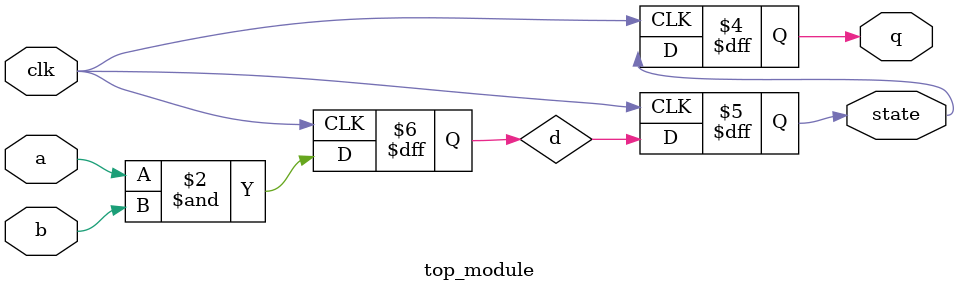
<source format=sv>
module top_module (
  input clk,
  input a,
  input b,
  output reg q,
  output reg state
);

reg d;

always @(posedge clk) begin
  d <= a & b;
  state <= d;
end

always @(posedge clk) begin
  q <= state;
end

endmodule

</source>
